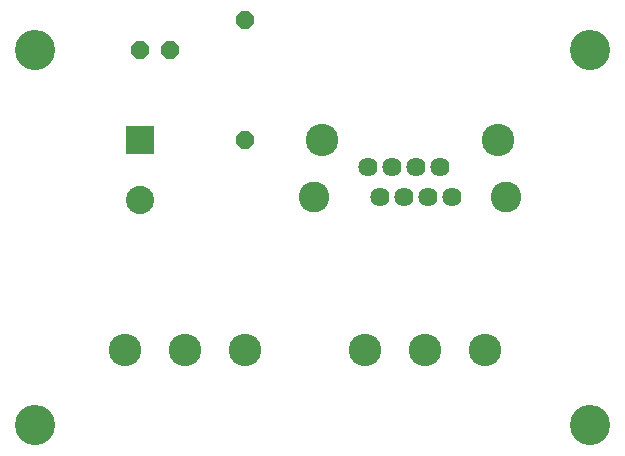
<source format=gbr>
G04 EAGLE Gerber RS-274X export*
G75*
%MOMM*%
%FSLAX34Y34*%
%LPD*%
%INSoldermask Bottom*%
%IPPOS*%
%AMOC8*
5,1,8,0,0,1.08239X$1,22.5*%
G01*
%ADD10C,1.625600*%
%ADD11C,2.603200*%
%ADD12C,2.753200*%
%ADD13C,2.743200*%
%ADD14R,2.387600X2.387600*%
%ADD15C,2.387600*%
%ADD16C,3.403200*%
%ADD17P,1.649562X8X292.500000*%
%ADD18P,1.649562X8X22.500000*%


D10*
X485000Y586600D03*
X495200Y561200D03*
X505400Y586600D03*
X515600Y561200D03*
X525800Y586600D03*
X536000Y561200D03*
X546200Y586600D03*
X556400Y561200D03*
D11*
X439450Y561200D03*
X601950Y561200D03*
D12*
X446300Y609600D03*
X595100Y609600D03*
D13*
X279400Y431800D03*
X330200Y431800D03*
X381000Y431800D03*
X482600Y431800D03*
X533400Y431800D03*
X584200Y431800D03*
D14*
X292100Y609600D03*
D15*
X292100Y558800D03*
D16*
X203200Y685800D03*
X673100Y685800D03*
X673100Y368300D03*
X203200Y368300D03*
D17*
X381000Y711200D03*
X381000Y609600D03*
D18*
X292100Y685800D03*
X317500Y685800D03*
M02*

</source>
